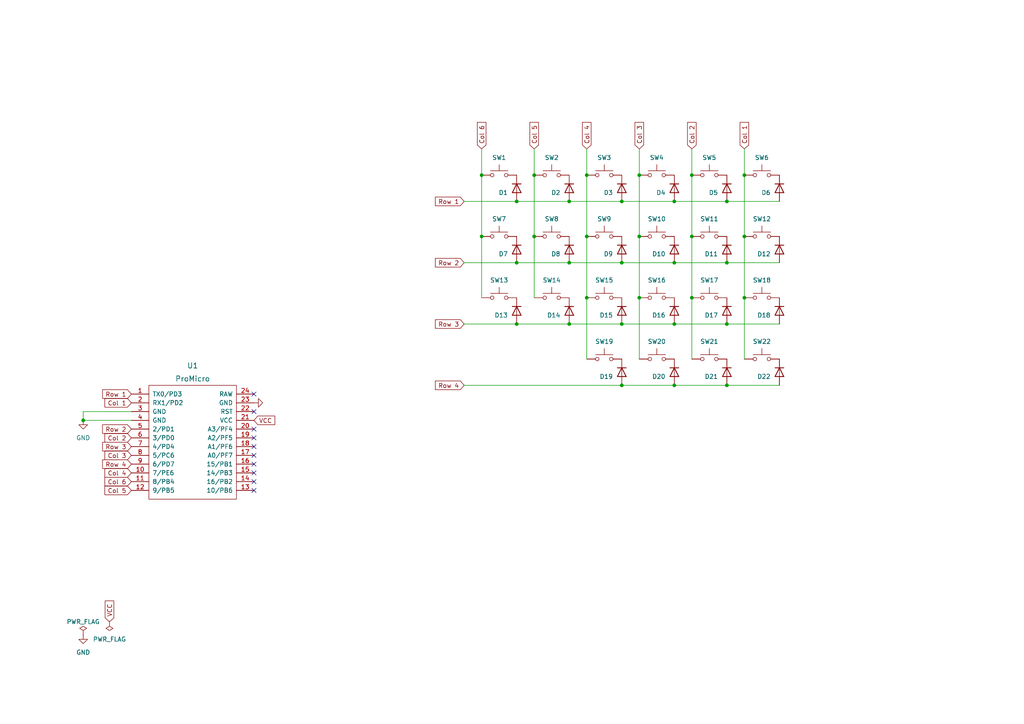
<source format=kicad_sch>
(kicad_sch (version 20231120) (generator "eeschema") (generator_version "8.0")
  (paper "A4")
  (title_block (title "Just Type") (date "2024-05-11") (rev "3") (company "justfont & PRAGMATIC") (comment 1 "by james sa"))
  (lib_symbols
    (symbol "Diode:1N4448W" (pin_numbers hide) (pin_names hide)
      (property "Reference" "D" (at 0 2.54 0))
      (property "Value" "1N4448W" (at 0 -2.54 0))
      (symbol "1N4448W_0_1"
        (polyline (pts (xy -1.27 1.27) (xy -1.27 -1.27)) (stroke (width 0.254)))
        (polyline (pts (xy 1.27 0) (xy -1.27 0)))
        (polyline (pts (xy 1.27 1.27) (xy 1.27 -1.27) (xy -1.27 0) (xy 1.27 1.27)) (stroke (width 0.254)))
      )
      (symbol "1N4448W_1_1"
        (pin passive line (at -3.81 0 0) (length 2.54) (name "K") (number "1"))
        (pin passive line (at 3.81 0 180) (length 2.54) (name "A") (number "2"))
      )
    )
    (symbol "Switch:SW_Push" (pin_numbers hide) (pin_names (offset 1.016) hide)
      (property "Reference" "SW" (at 1.27 2.54 0))
      (property "Value" "SW_Push" (at 0 -1.524 0))
      (symbol "SW_Push_0_1"
        (circle (center -2.032 0) (radius 0.508))
        (polyline (pts (xy 0 1.27) (xy 0 3.048)))
        (polyline (pts (xy 2.54 1.27) (xy -2.54 1.27)))
        (circle (center 2.032 0) (radius 0.508))
        (pin passive line (at -5.08 0 0) (length 2.54) (name "1") (number "1"))
        (pin passive line (at 5.08 0 180) (length 2.54) (name "2") (number "2"))
      )
    )
    (symbol "keebio:ProMicro" (pin_names (offset 1.016))
      (property "Reference" "U" (at 0 0 0))
      (property "Value" "ProMicro" (at 0 -19.05 0))
      (symbol "ProMicro_0_1"
        (rectangle (start -12.7 -16.51) (end 12.7 16.51))
      )
      (symbol "ProMicro_1_1"
        (pin input line (at -17.78 13.97 0) (length 5.08) (name "TX0/PD3") (number "1"))
        (pin input line (at -17.78 -8.89 0) (length 5.08) (name "7/PE6") (number "10"))
        (pin input line (at -17.78 -11.43 0) (length 5.08) (name "8/PB4") (number "11"))
        (pin input line (at -17.78 -13.97 0) (length 5.08) (name "9/PB5") (number "12"))
        (pin input line (at 17.78 -13.97 180) (length 5.08) (name "10/PB6") (number "13"))
        (pin input line (at 17.78 -11.43 180) (length 5.08) (name "16/PB2") (number "14"))
        (pin input line (at 17.78 -8.89 180) (length 5.08) (name "14/PB3") (number "15"))
        (pin input line (at 17.78 -6.35 180) (length 5.08) (name "15/PB1") (number "16"))
        (pin input line (at 17.78 -3.81 180) (length 5.08) (name "A0/PF7") (number "17"))
        (pin input line (at 17.78 -1.27 180) (length 5.08) (name "A1/PF6") (number "18"))
        (pin input line (at 17.78 1.27 180) (length 5.08) (name "A2/PF5") (number "19"))
        (pin input line (at -17.78 11.43 0) (length 5.08) (name "RX1/PD2") (number "2"))
        (pin input line (at 17.78 3.81 180) (length 5.08) (name "A3/PF4") (number "20"))
        (pin input line (at 17.78 6.35 180) (length 5.08) (name "VCC") (number "21"))
        (pin input line (at 17.78 8.89 180) (length 5.08) (name "RST") (number "22"))
        (pin input line (at 17.78 11.43 180) (length 5.08) (name "GND") (number "23"))
        (pin input line (at 17.78 13.97 180) (length 5.08) (name "RAW") (number "24"))
        (pin input line (at -17.78 8.89 0) (length 5.08) (name "GND") (number "3"))
        (pin input line (at -17.78 6.35 0) (length 5.08) (name "GND") (number "4"))
        (pin input line (at -17.78 3.81 0) (length 5.08) (name "2/PD1") (number "5"))
        (pin input line (at -17.78 1.27 0) (length 5.08) (name "3/PD0") (number "6"))
        (pin input line (at -17.78 -1.27 0) (length 5.08) (name "4/PD4") (number "7"))
        (pin input line (at -17.78 -3.81 0) (length 5.08) (name "5/PC6") (number "8"))
        (pin input line (at -17.78 -6.35 0) (length 5.08) (name "6/PD7") (number "9"))
      )
    )
    (symbol "power:GND" (power) (pin_numbers hide) (pin_names (offset 0) hide)
      (property "Value" "GND" (at 0 -3.81 0))
      (symbol "GND_0_1"
        (polyline (pts (xy 0 0) (xy 0 -1.27) (xy 1.27 -1.27) (xy 0 -2.54) (xy -1.27 -1.27) (xy 0 -1.27)))
      )
      (symbol "GND_1_1"
        (pin power_in line (at 0 0 270) (length 0) (name "~") (number "1"))
      )
    )
    (symbol "power:PWR_FLAG" (power) (pin_numbers hide) (pin_names (offset 0) hide)
      (property "Value" "PWR_FLAG" (at 0 3.81 0))
      (symbol "PWR_FLAG_0_0"
        (pin power_out line (at 0 0 90) (length 0) (name "~") (number "1"))
      )
      (symbol "PWR_FLAG_0_1"
        (polyline (pts (xy 0 0) (xy 0 1.27) (xy -1.016 1.905) (xy 0 2.54) (xy 1.016 1.905) (xy 0 1.27)))
      )
    )
  )
  (junction (at 165.1 76.2))
  (junction (at 154.94 50.8))
  (junction (at 200.66 86.36))
  (junction (at 139.7 50.8))
  (junction (at 210.82 93.98))
  (junction (at 180.34 76.2))
  (junction (at 215.9 50.8))
  (junction (at 185.42 68.58))
  (junction (at 24.13 121.92))
  (junction (at 180.34 93.98))
  (junction (at 170.18 50.8))
  (junction (at 165.1 93.98))
  (junction (at 200.66 50.8))
  (junction (at 195.58 93.98))
  (junction (at 170.18 68.58))
  (junction (at 185.42 50.8))
  (junction (at 195.58 111.76))
  (junction (at 215.9 68.58))
  (junction (at 210.82 111.76))
  (junction (at 139.7 68.58))
  (junction (at 180.34 58.42))
  (junction (at 210.82 76.2))
  (junction (at 210.82 58.42))
  (junction (at 149.86 76.2))
  (junction (at 215.9 86.36))
  (junction (at 149.86 93.98))
  (junction (at 170.18 86.36))
  (junction (at 149.86 58.42))
  (junction (at 180.34 111.76))
  (junction (at 200.66 68.58))
  (junction (at 165.1 58.42))
  (junction (at 185.42 86.36))
  (junction (at 195.58 76.2))
  (junction (at 154.94 68.58))
  (junction (at 195.58 58.42))
  (no_connect (at 73.66 127))
  (no_connect (at 73.66 129.54))
  (no_connect (at 73.66 114.3))
  (no_connect (at 73.66 119.38))
  (no_connect (at 73.66 139.7))
  (no_connect (at 73.66 142.24))
  (no_connect (at 73.66 134.62))
  (no_connect (at 73.66 137.16))
  (no_connect (at 73.66 132.08))
  (no_connect (at 73.66 124.46))
  (wire (pts (xy 134.62 93.98) (xy 149.86 93.98)))
  (wire (pts (xy 200.66 86.36) (xy 200.66 104.14)))
  (wire (pts (xy 180.34 76.2) (xy 195.58 76.2)))
  (wire (pts (xy 134.62 58.42) (xy 149.86 58.42)))
  (wire (pts (xy 149.86 76.2) (xy 165.1 76.2)))
  (wire (pts (xy 154.94 43.18) (xy 154.94 50.8)))
  (wire (pts (xy 139.7 50.8) (xy 139.7 68.58)))
  (wire (pts (xy 165.1 76.2) (xy 180.34 76.2)))
  (wire (pts (xy 170.18 43.18) (xy 170.18 50.8)))
  (wire (pts (xy 215.9 86.36) (xy 215.9 104.14)))
  (wire (pts (xy 215.9 43.18) (xy 215.9 50.8)))
  (wire (pts (xy 195.58 93.98) (xy 210.82 93.98)))
  (wire (pts (xy 165.1 93.98) (xy 180.34 93.98)))
  (wire (pts (xy 200.66 68.58) (xy 200.66 86.36)))
  (wire (pts (xy 210.82 76.2) (xy 226.06 76.2)))
  (wire (pts (xy 165.1 58.42) (xy 180.34 58.42)))
  (wire (pts (xy 139.7 68.58) (xy 139.7 86.36)))
  (wire (pts (xy 195.58 111.76) (xy 210.82 111.76)))
  (wire (pts (xy 210.82 111.76) (xy 226.06 111.76)))
  (wire (pts (xy 200.66 50.8) (xy 200.66 68.58)))
  (wire (pts (xy 149.86 58.42) (xy 165.1 58.42)))
  (wire (pts (xy 185.42 86.36) (xy 185.42 104.14)))
  (wire (pts (xy 149.86 93.98) (xy 165.1 93.98)))
  (wire (pts (xy 180.34 58.42) (xy 195.58 58.42)))
  (wire (pts (xy 170.18 86.36) (xy 170.18 104.14)))
  (wire (pts (xy 154.94 68.58) (xy 154.94 86.36)))
  (wire (pts (xy 170.18 50.8) (xy 170.18 68.58)))
  (wire (pts (xy 134.62 76.2) (xy 149.86 76.2)))
  (wire (pts (xy 180.34 93.98) (xy 195.58 93.98)))
  (wire (pts (xy 185.42 68.58) (xy 185.42 86.36)))
  (wire (pts (xy 195.58 76.2) (xy 210.82 76.2)))
  (wire (pts (xy 134.62 111.76) (xy 180.34 111.76)))
  (wire (pts (xy 170.18 68.58) (xy 170.18 86.36)))
  (wire (pts (xy 180.34 111.76) (xy 195.58 111.76)))
  (wire (pts (xy 215.9 50.8) (xy 215.9 68.58)))
  (wire (pts (xy 185.42 43.18) (xy 185.42 50.8)))
  (wire (pts (xy 195.58 58.42) (xy 210.82 58.42)))
  (wire (pts (xy 139.7 43.18) (xy 139.7 50.8)))
  (wire (pts (xy 200.66 43.18) (xy 200.66 50.8)))
  (wire (pts (xy 154.94 50.8) (xy 154.94 68.58)))
  (wire (pts (xy 210.82 93.98) (xy 226.06 93.98)))
  (wire (pts (xy 24.13 121.92) (xy 38.1 121.92)))
  (wire (pts (xy 24.13 119.38) (xy 24.13 121.92)))
  (wire (pts (xy 185.42 50.8) (xy 185.42 68.58)))
  (wire (pts (xy 38.1 119.38) (xy 24.13 119.38)))
  (wire (pts (xy 215.9 68.58) (xy 215.9 86.36)))
  (wire (pts (xy 210.82 58.42) (xy 226.06 58.42)))
  (global_label "Row 1" (shape input) (at 38.1 114.3 180) (property "Intersheetrefs" "${INTERSHEET_REFS}" (effects (hide yes))))
  (global_label "Row 4" (shape input) (at 134.62 111.76 180) (property "Intersheetrefs" "${INTERSHEET_REFS}" (effects (hide yes))))
  (global_label "Col 6" (shape input) (at 38.1 139.7 180) (property "Intersheetrefs" "${INTERSHEET_REFS}" (effects (hide yes))))
  (global_label "VCC" (shape input) (at 73.66 121.92 0) (property "Intersheetrefs" "${INTERSHEET_REFS}" (effects (hide yes))))
  (global_label "Row 2" (shape input) (at 38.1 124.46 180) (property "Intersheetrefs" "${INTERSHEET_REFS}" (effects (hide yes))))
  (global_label "Col 5" (shape input) (at 154.94 43.18 90) (property "Intersheetrefs" "${INTERSHEET_REFS}" (effects (hide yes))))
  (global_label "Col 2" (shape input) (at 38.1 127 180) (property "Intersheetrefs" "${INTERSHEET_REFS}" (effects (hide yes))))
  (global_label "Col 3" (shape input) (at 38.1 132.08 180) (property "Intersheetrefs" "${INTERSHEET_REFS}" (effects (hide yes))))
  (global_label "Col 4" (shape input) (at 170.18 43.18 90) (property "Intersheetrefs" "${INTERSHEET_REFS}" (effects (hide yes))))
  (global_label "Col 2" (shape input) (at 200.66 43.18 90) (property "Intersheetrefs" "${INTERSHEET_REFS}" (effects (hide yes))))
  (global_label "VCC" (shape input) (at 31.75 180.34 90) (property "Intersheetrefs" "${INTERSHEET_REFS}" (effects (hide yes))))
  (global_label "Row 1" (shape input) (at 134.62 58.42 180) (property "Intersheetrefs" "${INTERSHEET_REFS}" (effects (hide yes))))
  (global_label "Col 3" (shape input) (at 185.42 43.18 90) (property "Intersheetrefs" "${INTERSHEET_REFS}" (effects (hide yes))))
  (global_label "Col 4" (shape input) (at 38.1 137.16 180) (property "Intersheetrefs" "${INTERSHEET_REFS}" (effects (hide yes))))
  (global_label "Row 3" (shape input) (at 38.1 129.54 180) (property "Intersheetrefs" "${INTERSHEET_REFS}" (effects (hide yes))))
  (global_label "Row 4" (shape input) (at 38.1 134.62 180) (property "Intersheetrefs" "${INTERSHEET_REFS}" (effects (hide yes))))
  (global_label "Col 1" (shape input) (at 215.9 43.18 90) (property "Intersheetrefs" "${INTERSHEET_REFS}" (effects (hide yes))))
  (global_label "Row 2" (shape input) (at 134.62 76.2 180) (property "Intersheetrefs" "${INTERSHEET_REFS}" (effects (hide yes))))
  (global_label "Col 6" (shape input) (at 139.7 43.18 90) (property "Intersheetrefs" "${INTERSHEET_REFS}" (effects (hide yes))))
  (global_label "Row 3" (shape input) (at 134.62 93.98 180) (property "Intersheetrefs" "${INTERSHEET_REFS}" (effects (hide yes))))
  (global_label "Col 5" (shape input) (at 38.1 142.24 180) (property "Intersheetrefs" "${INTERSHEET_REFS}" (effects (hide yes))))
  (global_label "Col 1" (shape input) (at 38.1 116.84 180) (property "Intersheetrefs" "${INTERSHEET_REFS}" (effects (hide yes))))
  (symbol (lib_id "power:GND") (at 73.66 116.84 90) (unit 1)
    (property "Reference" "#PWR01" (effects (hide yes)))
    (property "Value" "GND" (effects (hide yes)))
    (property "Description" "Power symbol creates a global label with name \"GND\" , ground" (effects (hide yes)))
  )
  (symbol (lib_id "power:GND") (at 24.13 121.92 0) (unit 1)
    (property "Reference" "#PWR02" (effects (hide yes)))
    (property "Value" "GND" (at 24.13 127 0))
    (property "Description" "Power symbol creates a global label with name \"GND\" , ground" (effects (hide yes)))
  )
  (symbol (lib_id "Diode:1N4448W") (at 226.06 90.17 270) (unit 1)
    (property "Reference" "D18" (at 223.52 91.4401 90) (effects (justify right)))
    (property "Value" "1N4448W" (effects (hide yes)))
    (property "Footprint" "keyboard_jsa:D3_SMD_v2" (effects (hide yes)))
    (property "Datasheet" "https://www.vishay.com/docs/85722/1n4448w.pdf" (effects (hide yes)))
    (property "Description" "100V 0.15A High-speed standard diode, SOD-123" (effects (hide yes)))
    (property "Sim.Device" "D" (effects (hide yes)))
    (property "Sim.Pins" "1=K 2=A" (effects (hide yes)))
  )
  (symbol (lib_id "Switch:SW_Push") (at 190.5 68.58 0) (unit 1)
    (property "Reference" "SW10" (at 190.5 63.5 0))
    (property "Value" "SW_Push" (effects (hide yes)))
    (property "Footprint" "keyboard_jsa:ChocV1_Solder" (effects (hide yes)))
    (property "Description" "Push button switch, generic, two pins" (effects (hide yes)))
  )
  (symbol (lib_id "Diode:1N4448W") (at 210.82 90.17 270) (unit 1)
    (property "Reference" "D17" (at 208.28 91.4401 90) (effects (justify right)))
    (property "Value" "1N4448W" (effects (hide yes)))
    (property "Footprint" "keyboard_jsa:D3_SMD_v2" (effects (hide yes)))
    (property "Datasheet" "https://www.vishay.com/docs/85722/1n4448w.pdf" (effects (hide yes)))
    (property "Description" "100V 0.15A High-speed standard diode, SOD-123" (effects (hide yes)))
    (property "Sim.Device" "D" (effects (hide yes)))
    (property "Sim.Pins" "1=K 2=A" (effects (hide yes)))
  )
  (symbol (lib_id "Switch:SW_Push") (at 160.02 50.8 0) (unit 1)
    (property "Reference" "SW2" (at 160.02 45.72 0))
    (property "Value" "SW_Push" (effects (hide yes)))
    (property "Footprint" "keyboard_jsa:ChocV1_Solder" (effects (hide yes)))
    (property "Description" "Push button switch, generic, two pins" (effects (hide yes)))
  )
  (symbol (lib_id "Diode:1N4448W") (at 165.1 54.61 270) (unit 1)
    (property "Reference" "D2" (at 162.56 55.8801 90) (effects (justify right)))
    (property "Value" "1N4448W" (effects (hide yes)))
    (property "Footprint" "keyboard_jsa:D3_SMD_v2" (effects (hide yes)))
    (property "Datasheet" "https://www.vishay.com/docs/85722/1n4448w.pdf" (effects (hide yes)))
    (property "Description" "100V 0.15A High-speed standard diode, SOD-123" (effects (hide yes)))
    (property "Sim.Device" "D" (effects (hide yes)))
    (property "Sim.Pins" "1=K 2=A" (effects (hide yes)))
  )
  (symbol (lib_id "Diode:1N4448W") (at 226.06 72.39 270) (unit 1)
    (property "Reference" "D12" (at 223.52 73.6601 90) (effects (justify right)))
    (property "Value" "1N4448W" (effects (hide yes)))
    (property "Footprint" "keyboard_jsa:D3_SMD_v2" (effects (hide yes)))
    (property "Datasheet" "https://www.vishay.com/docs/85722/1n4448w.pdf" (effects (hide yes)))
    (property "Description" "100V 0.15A High-speed standard diode, SOD-123" (effects (hide yes)))
    (property "Sim.Device" "D" (effects (hide yes)))
    (property "Sim.Pins" "1=K 2=A" (effects (hide yes)))
  )
  (symbol (lib_id "Diode:1N4448W") (at 149.86 54.61 270) (unit 1)
    (property "Reference" "D1" (at 147.32 55.8801 90) (effects (justify right)))
    (property "Value" "1N4448W" (effects (hide yes)))
    (property "Footprint" "keyboard_jsa:D3_SMD_v2" (effects (hide yes)))
    (property "Datasheet" "https://www.vishay.com/docs/85722/1n4448w.pdf" (effects (hide yes)))
    (property "Description" "100V 0.15A High-speed standard diode, SOD-123" (effects (hide yes)))
    (property "Sim.Device" "D" (effects (hide yes)))
    (property "Sim.Pins" "1=K 2=A" (effects (hide yes)))
  )
  (symbol (lib_id "Diode:1N4448W") (at 195.58 54.61 270) (unit 1)
    (property "Reference" "D4" (at 193.04 55.8801 90) (effects (justify right)))
    (property "Value" "1N4448W" (effects (hide yes)))
    (property "Footprint" "keyboard_jsa:D3_SMD_v2" (effects (hide yes)))
    (property "Datasheet" "https://www.vishay.com/docs/85722/1n4448w.pdf" (effects (hide yes)))
    (property "Description" "100V 0.15A High-speed standard diode, SOD-123" (effects (hide yes)))
    (property "Sim.Device" "D" (effects (hide yes)))
    (property "Sim.Pins" "1=K 2=A" (effects (hide yes)))
  )
  (symbol (lib_id "Diode:1N4448W") (at 195.58 107.95 270) (unit 1)
    (property "Reference" "D20" (at 193.04 109.2201 90) (effects (justify right)))
    (property "Value" "1N4448W" (effects (hide yes)))
    (property "Footprint" "keyboard_jsa:D3_SMD_v2" (effects (hide yes)))
    (property "Datasheet" "https://www.vishay.com/docs/85722/1n4448w.pdf" (effects (hide yes)))
    (property "Description" "100V 0.15A High-speed standard diode, SOD-123" (effects (hide yes)))
    (property "Sim.Device" "D" (effects (hide yes)))
    (property "Sim.Pins" "1=K 2=A" (effects (hide yes)))
  )
  (symbol (lib_id "Switch:SW_Push") (at 175.26 68.58 0) (unit 1)
    (property "Reference" "SW9" (at 175.26 63.5 0))
    (property "Value" "SW_Push" (effects (hide yes)))
    (property "Footprint" "keyboard_jsa:ChocV1_Solder" (effects (hide yes)))
    (property "Description" "Push button switch, generic, two pins" (effects (hide yes)))
  )
  (symbol (lib_id "power:GND") (at 24.13 184.15 0) (unit 1)
    (property "Reference" "#PWR03" (effects (hide yes)))
    (property "Value" "GND" (at 24.13 189.23 0))
    (property "Description" "Power symbol creates a global label with name \"GND\" , ground" (effects (hide yes)))
  )
  (symbol (lib_id "Switch:SW_Push") (at 205.74 68.58 0) (unit 1)
    (property "Reference" "SW11" (at 205.74 63.5 0))
    (property "Value" "SW_Push" (effects (hide yes)))
    (property "Footprint" "keyboard_jsa:ChocV1_Solder" (effects (hide yes)))
    (property "Description" "Push button switch, generic, two pins" (effects (hide yes)))
  )
  (symbol (lib_id "Switch:SW_Push") (at 220.98 86.36 0) (unit 1)
    (property "Reference" "SW18" (at 220.98 81.28 0))
    (property "Value" "SW_Push" (effects (hide yes)))
    (property "Footprint" "keyboard_jsa:ChocV1_Solder" (effects (hide yes)))
    (property "Description" "Push button switch, generic, two pins" (effects (hide yes)))
  )
  (symbol (lib_id "Switch:SW_Push") (at 190.5 86.36 0) (unit 1)
    (property "Reference" "SW16" (at 190.5 81.28 0))
    (property "Value" "SW_Push" (effects (hide yes)))
    (property "Footprint" "keyboard_jsa:ChocV1_Solder" (effects (hide yes)))
    (property "Description" "Push button switch, generic, two pins" (effects (hide yes)))
  )
  (symbol (lib_id "Switch:SW_Push") (at 160.02 86.36 0) (unit 1)
    (property "Reference" "SW14" (at 160.02 81.28 0))
    (property "Value" "SW_Push" (effects (hide yes)))
    (property "Footprint" "keyboard_jsa:ChocV1_Solder" (effects (hide yes)))
    (property "Description" "Push button switch, generic, two pins" (effects (hide yes)))
  )
  (symbol (lib_id "Switch:SW_Push") (at 205.74 50.8 0) (unit 1)
    (property "Reference" "SW5" (at 205.74 45.72 0))
    (property "Value" "SW_Push" (effects (hide yes)))
    (property "Footprint" "keyboard_jsa:ChocV1_Solder" (effects (hide yes)))
    (property "Description" "Push button switch, generic, two pins" (effects (hide yes)))
  )
  (symbol (lib_id "Diode:1N4448W") (at 210.82 107.95 270) (unit 1)
    (property "Reference" "D21" (at 208.28 109.2201 90) (effects (justify right)))
    (property "Value" "1N4448W" (effects (hide yes)))
    (property "Footprint" "keyboard_jsa:D3_SMD_v2" (effects (hide yes)))
    (property "Datasheet" "https://www.vishay.com/docs/85722/1n4448w.pdf" (effects (hide yes)))
    (property "Description" "100V 0.15A High-speed standard diode, SOD-123" (effects (hide yes)))
    (property "Sim.Device" "D" (effects (hide yes)))
    (property "Sim.Pins" "1=K 2=A" (effects (hide yes)))
  )
  (symbol (lib_id "Diode:1N4448W") (at 165.1 72.39 270) (unit 1)
    (property "Reference" "D8" (at 162.56 73.6601 90) (effects (justify right)))
    (property "Value" "1N4448W" (effects (hide yes)))
    (property "Footprint" "keyboard_jsa:D3_SMD_v2" (effects (hide yes)))
    (property "Datasheet" "https://www.vishay.com/docs/85722/1n4448w.pdf" (effects (hide yes)))
    (property "Description" "100V 0.15A High-speed standard diode, SOD-123" (effects (hide yes)))
    (property "Sim.Device" "D" (effects (hide yes)))
    (property "Sim.Pins" "1=K 2=A" (effects (hide yes)))
  )
  (symbol (lib_id "Switch:SW_Push") (at 190.5 104.14 0) (unit 1)
    (property "Reference" "SW20" (at 190.5 99.06 0))
    (property "Value" "SW_Push" (effects (hide yes)))
    (property "Footprint" "keyboard_jsa:ChocV1_Solder" (effects (hide yes)))
    (property "Description" "Push button switch, generic, two pins" (effects (hide yes)))
  )
  (symbol (lib_id "Switch:SW_Push") (at 160.02 68.58 0) (unit 1)
    (property "Reference" "SW8" (at 160.02 63.5 0))
    (property "Value" "SW_Push" (effects (hide yes)))
    (property "Footprint" "keyboard_jsa:ChocV1_Solder" (effects (hide yes)))
    (property "Description" "Push button switch, generic, two pins" (effects (hide yes)))
  )
  (symbol (lib_id "keebio:ProMicro") (at 55.88 128.27 0) (unit 1)
    (property "Reference" "U1" (at 55.88 106.045 0) (effects (font (size 1.524 1.524))))
    (property "Value" "ProMicro" (at 55.88 109.855 0) (effects (font (size 1.524 1.524))))
    (property "Footprint" "keyboard_jsa:ArduinoProMicro" (effects (hide yes)))
  )
  (symbol (lib_id "power:PWR_FLAG") (at 31.75 180.34 180) (unit 1)
    (property "Reference" "#FLG01" (effects (hide yes)))
    (property "Value" "PWR_FLAG" (at 31.75 185.42 0))
    (property "Description" "Special symbol for telling ERC where power comes from" (effects (hide yes)))
  )
  (symbol (lib_id "Diode:1N4448W") (at 180.34 90.17 270) (unit 1)
    (property "Reference" "D15" (at 177.8 91.4401 90) (effects (justify right)))
    (property "Value" "1N4448W" (effects (hide yes)))
    (property "Footprint" "keyboard_jsa:D3_SMD_v2" (effects (hide yes)))
    (property "Datasheet" "https://www.vishay.com/docs/85722/1n4448w.pdf" (effects (hide yes)))
    (property "Description" "100V 0.15A High-speed standard diode, SOD-123" (effects (hide yes)))
    (property "Sim.Device" "D" (effects (hide yes)))
    (property "Sim.Pins" "1=K 2=A" (effects (hide yes)))
  )
  (symbol (lib_id "Diode:1N4448W") (at 210.82 72.39 270) (unit 1)
    (property "Reference" "D11" (at 208.28 73.6601 90) (effects (justify right)))
    (property "Value" "1N4448W" (effects (hide yes)))
    (property "Footprint" "keyboard_jsa:D3_SMD_v2" (effects (hide yes)))
    (property "Datasheet" "https://www.vishay.com/docs/85722/1n4448w.pdf" (effects (hide yes)))
    (property "Description" "100V 0.15A High-speed standard diode, SOD-123" (effects (hide yes)))
    (property "Sim.Device" "D" (effects (hide yes)))
    (property "Sim.Pins" "1=K 2=A" (effects (hide yes)))
  )
  (symbol (lib_id "Diode:1N4448W") (at 180.34 107.95 270) (unit 1)
    (property "Reference" "D19" (at 177.8 109.2201 90) (effects (justify right)))
    (property "Value" "1N4448W" (effects (hide yes)))
    (property "Footprint" "keyboard_jsa:D3_SMD_v2" (effects (hide yes)))
    (property "Datasheet" "https://www.vishay.com/docs/85722/1n4448w.pdf" (effects (hide yes)))
    (property "Description" "100V 0.15A High-speed standard diode, SOD-123" (effects (hide yes)))
    (property "Sim.Device" "D" (effects (hide yes)))
    (property "Sim.Pins" "1=K 2=A" (effects (hide yes)))
  )
  (symbol (lib_id "Diode:1N4448W") (at 149.86 90.17 270) (unit 1)
    (property "Reference" "D13" (at 147.32 91.4401 90) (effects (justify right)))
    (property "Value" "1N4448W" (effects (hide yes)))
    (property "Footprint" "keyboard_jsa:D3_SMD_v2" (effects (hide yes)))
    (property "Datasheet" "https://www.vishay.com/docs/85722/1n4448w.pdf" (effects (hide yes)))
    (property "Description" "100V 0.15A High-speed standard diode, SOD-123" (effects (hide yes)))
    (property "Sim.Device" "D" (effects (hide yes)))
    (property "Sim.Pins" "1=K 2=A" (effects (hide yes)))
  )
  (symbol (lib_id "power:PWR_FLAG") (at 24.13 184.15 0) (unit 1)
    (property "Reference" "#FLG02" (effects (hide yes)))
    (property "Value" "PWR_FLAG" (at 24.13 180.34 0))
    (property "Description" "Special symbol for telling ERC where power comes from" (effects (hide yes)))
  )
  (symbol (lib_id "Switch:SW_Push") (at 144.78 50.8 0) (unit 1)
    (property "Reference" "SW1" (at 144.78 45.72 0))
    (property "Value" "SW_Push" (effects (hide yes)))
    (property "Footprint" "keyboard_jsa:ChocV1_Solder" (effects (hide yes)))
    (property "Description" "Push button switch, generic, two pins" (effects (hide yes)))
  )
  (symbol (lib_id "Switch:SW_Push") (at 175.26 104.14 0) (unit 1)
    (property "Reference" "SW19" (at 175.26 99.06 0))
    (property "Value" "SW_Push" (effects (hide yes)))
    (property "Footprint" "keyboard_jsa:ChocV1_Solder" (effects (hide yes)))
    (property "Description" "Push button switch, generic, two pins" (effects (hide yes)))
  )
  (symbol (lib_id "Diode:1N4448W") (at 210.82 54.61 270) (unit 1)
    (property "Reference" "D5" (at 208.28 55.8801 90) (effects (justify right)))
    (property "Value" "1N4448W" (effects (hide yes)))
    (property "Footprint" "keyboard_jsa:D3_SMD_v2" (effects (hide yes)))
    (property "Datasheet" "https://www.vishay.com/docs/85722/1n4448w.pdf" (effects (hide yes)))
    (property "Description" "100V 0.15A High-speed standard diode, SOD-123" (effects (hide yes)))
    (property "Sim.Device" "D" (effects (hide yes)))
    (property "Sim.Pins" "1=K 2=A" (effects (hide yes)))
  )
  (symbol (lib_id "Switch:SW_Push") (at 220.98 104.14 0) (unit 1)
    (property "Reference" "SW22" (at 220.98 99.06 0))
    (property "Value" "SW_Push" (effects (hide yes)))
    (property "Footprint" "keyboard_jsa:ChocV1_Solder" (effects (hide yes)))
    (property "Description" "Push button switch, generic, two pins" (effects (hide yes)))
  )
  (symbol (lib_id "Switch:SW_Push") (at 175.26 50.8 0) (unit 1)
    (property "Reference" "SW3" (at 175.26 45.72 0))
    (property "Value" "SW_Push" (effects (hide yes)))
    (property "Footprint" "keyboard_jsa:ChocV1_Solder" (effects (hide yes)))
    (property "Description" "Push button switch, generic, two pins" (effects (hide yes)))
  )
  (symbol (lib_id "Diode:1N4448W") (at 226.06 107.95 270) (unit 1)
    (property "Reference" "D22" (at 223.52 109.2201 90) (effects (justify right)))
    (property "Value" "1N4448W" (effects (hide yes)))
    (property "Footprint" "keyboard_jsa:D3_SMD_v2" (effects (hide yes)))
    (property "Datasheet" "https://www.vishay.com/docs/85722/1n4448w.pdf" (effects (hide yes)))
    (property "Description" "100V 0.15A High-speed standard diode, SOD-123" (effects (hide yes)))
    (property "Sim.Device" "D" (effects (hide yes)))
    (property "Sim.Pins" "1=K 2=A" (effects (hide yes)))
  )
  (symbol (lib_id "Switch:SW_Push") (at 205.74 104.14 0) (unit 1)
    (property "Reference" "SW21" (at 205.74 99.06 0))
    (property "Value" "SW_Push" (effects (hide yes)))
    (property "Footprint" "keyboard_jsa:ChocV1_Solder" (effects (hide yes)))
    (property "Description" "Push button switch, generic, two pins" (effects (hide yes)))
  )
  (symbol (lib_id "Diode:1N4448W") (at 195.58 90.17 270) (unit 1)
    (property "Reference" "D16" (at 193.04 91.4401 90) (effects (justify right)))
    (property "Value" "1N4448W" (effects (hide yes)))
    (property "Footprint" "keyboard_jsa:D3_SMD_v2" (effects (hide yes)))
    (property "Datasheet" "https://www.vishay.com/docs/85722/1n4448w.pdf" (effects (hide yes)))
    (property "Description" "100V 0.15A High-speed standard diode, SOD-123" (effects (hide yes)))
    (property "Sim.Device" "D" (effects (hide yes)))
    (property "Sim.Pins" "1=K 2=A" (effects (hide yes)))
  )
  (symbol (lib_id "Switch:SW_Push") (at 144.78 86.36 0) (unit 1)
    (property "Reference" "SW13" (at 144.78 81.28 0))
    (property "Value" "SW_Push" (effects (hide yes)))
    (property "Footprint" "keyboard_jsa:ChocV1_Solder" (effects (hide yes)))
    (property "Description" "Push button switch, generic, two pins" (effects (hide yes)))
  )
  (symbol (lib_id "Diode:1N4448W") (at 226.06 54.61 270) (unit 1)
    (property "Reference" "D6" (at 223.52 55.8801 90) (effects (justify right)))
    (property "Value" "1N4448W" (effects (hide yes)))
    (property "Footprint" "keyboard_jsa:D3_SMD_v2" (effects (hide yes)))
    (property "Datasheet" "https://www.vishay.com/docs/85722/1n4448w.pdf" (effects (hide yes)))
    (property "Description" "100V 0.15A High-speed standard diode, SOD-123" (effects (hide yes)))
    (property "Sim.Device" "D" (effects (hide yes)))
    (property "Sim.Pins" "1=K 2=A" (effects (hide yes)))
  )
  (symbol (lib_id "Diode:1N4448W") (at 195.58 72.39 270) (unit 1)
    (property "Reference" "D10" (at 193.04 73.6601 90) (effects (justify right)))
    (property "Value" "1N4448W" (effects (hide yes)))
    (property "Footprint" "keyboard_jsa:D3_SMD_v2" (effects (hide yes)))
    (property "Datasheet" "https://www.vishay.com/docs/85722/1n4448w.pdf" (effects (hide yes)))
    (property "Description" "100V 0.15A High-speed standard diode, SOD-123" (effects (hide yes)))
    (property "Sim.Device" "D" (effects (hide yes)))
    (property "Sim.Pins" "1=K 2=A" (effects (hide yes)))
  )
  (symbol (lib_id "Diode:1N4448W") (at 180.34 72.39 270) (unit 1)
    (property "Reference" "D9" (at 177.8 73.6601 90) (effects (justify right)))
    (property "Value" "1N4448W" (effects (hide yes)))
    (property "Footprint" "keyboard_jsa:D3_SMD_v2" (effects (hide yes)))
    (property "Datasheet" "https://www.vishay.com/docs/85722/1n4448w.pdf" (effects (hide yes)))
    (property "Description" "100V 0.15A High-speed standard diode, SOD-123" (effects (hide yes)))
    (property "Sim.Device" "D" (effects (hide yes)))
    (property "Sim.Pins" "1=K 2=A" (effects (hide yes)))
  )
  (symbol (lib_id "Diode:1N4448W") (at 165.1 90.17 270) (unit 1)
    (property "Reference" "D14" (at 162.56 91.4401 90) (effects (justify right)))
    (property "Value" "1N4448W" (effects (hide yes)))
    (property "Footprint" "keyboard_jsa:D3_SMD_v2" (effects (hide yes)))
    (property "Datasheet" "https://www.vishay.com/docs/85722/1n4448w.pdf" (effects (hide yes)))
    (property "Description" "100V 0.15A High-speed standard diode, SOD-123" (effects (hide yes)))
    (property "Sim.Device" "D" (effects (hide yes)))
    (property "Sim.Pins" "1=K 2=A" (effects (hide yes)))
  )
  (symbol (lib_id "Diode:1N4448W") (at 180.34 54.61 270) (unit 1)
    (property "Reference" "D3" (at 177.8 55.8801 90) (effects (justify right)))
    (property "Value" "1N4448W" (effects (hide yes)))
    (property "Footprint" "keyboard_jsa:D3_SMD_v2" (effects (hide yes)))
    (property "Datasheet" "https://www.vishay.com/docs/85722/1n4448w.pdf" (effects (hide yes)))
    (property "Description" "100V 0.15A High-speed standard diode, SOD-123" (effects (hide yes)))
    (property "Sim.Device" "D" (effects (hide yes)))
    (property "Sim.Pins" "1=K 2=A" (effects (hide yes)))
  )
  (symbol (lib_id "Switch:SW_Push") (at 220.98 50.8 0) (unit 1)
    (property "Reference" "SW6" (at 220.98 45.72 0))
    (property "Value" "SW_Push" (effects (hide yes)))
    (property "Footprint" "keyboard_jsa:ChocV1_Solder" (effects (hide yes)))
    (property "Description" "Push button switch, generic, two pins" (effects (hide yes)))
  )
  (symbol (lib_id "Switch:SW_Push") (at 220.98 68.58 0) (unit 1)
    (property "Reference" "SW12" (at 220.98 63.5 0))
    (property "Value" "SW_Push" (effects (hide yes)))
    (property "Footprint" "keyboard_jsa:ChocV1_Solder" (effects (hide yes)))
    (property "Description" "Push button switch, generic, two pins" (effects (hide yes)))
  )
  (symbol (lib_id "Switch:SW_Push") (at 190.5 50.8 0) (unit 1)
    (property "Reference" "SW4" (at 190.5 45.72 0))
    (property "Value" "SW_Push" (effects (hide yes)))
    (property "Footprint" "keyboard_jsa:ChocV1_Solder" (effects (hide yes)))
    (property "Description" "Push button switch, generic, two pins" (effects (hide yes)))
  )
  (symbol (lib_id "Switch:SW_Push") (at 205.74 86.36 0) (unit 1)
    (property "Reference" "SW17" (at 205.74 81.28 0))
    (property "Value" "SW_Push" (effects (hide yes)))
    (property "Footprint" "keyboard_jsa:ChocV1_Solder" (effects (hide yes)))
    (property "Description" "Push button switch, generic, two pins" (effects (hide yes)))
  )
  (symbol (lib_id "Switch:SW_Push") (at 175.26 86.36 0) (unit 1)
    (property "Reference" "SW15" (at 175.26 81.28 0))
    (property "Value" "SW_Push" (effects (hide yes)))
    (property "Footprint" "keyboard_jsa:ChocV1_Solder" (effects (hide yes)))
    (property "Description" "Push button switch, generic, two pins" (effects (hide yes)))
  )
  (symbol (lib_id "Switch:SW_Push") (at 144.78 68.58 0) (unit 1)
    (property "Reference" "SW7" (at 144.78 63.5 0))
    (property "Value" "SW_Push" (effects (hide yes)))
    (property "Footprint" "keyboard_jsa:ChocV1_Solder" (effects (hide yes)))
    (property "Description" "Push button switch, generic, two pins" (effects (hide yes)))
  )
  (symbol (lib_id "Diode:1N4448W") (at 149.86 72.39 270) (unit 1)
    (property "Reference" "D7" (at 147.32 73.6601 90) (effects (justify right)))
    (property "Value" "1N4448W" (effects (hide yes)))
    (property "Footprint" "keyboard_jsa:D3_SMD_v2" (effects (hide yes)))
    (property "Datasheet" "https://www.vishay.com/docs/85722/1n4448w.pdf" (effects (hide yes)))
    (property "Description" "100V 0.15A High-speed standard diode, SOD-123" (effects (hide yes)))
    (property "Sim.Device" "D" (effects (hide yes)))
    (property "Sim.Pins" "1=K 2=A" (effects (hide yes)))
  )
)
</source>
